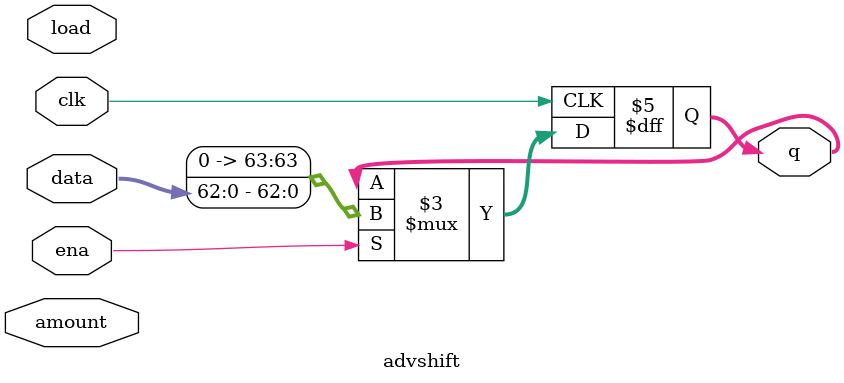
<source format=v>
module advshift(input clk,
input load,
input ena,
input [1:0] amount,
input [63:0] data,
output reg [63:0] q); 
// when load is high, assign data[63:0] to shift register q.
// if ena is high, shift q.
// amount: Chooses which direction and how much to shift.
// 2'b00: shift left by 1 bit.
// 2'b01: shift left by 8 bits.
// 2'b10: shift right by 1 bit.
// 2'b11: shift right by 8 bits.

  always @(posedge clk)
    if (ena) q <= data[amount*64+63-1:0];

endmodule

</source>
